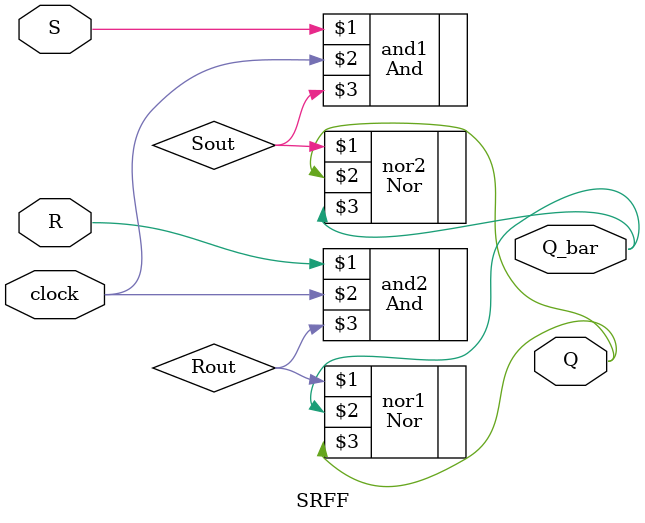
<source format=v>
`ifndef SRFF_V
`define SRFF_V
`include "logic-gates/others.v"

module SRFF (input R, clock, S, output Q, Q_bar);
  wire Rout, Sout;
  
  And and1(S, clock, Sout);  // Set input gated by clock
  And and2(R, clock, Rout);  // Reset input gated by clock
  
  // Cross-coupled NOR gates forming the SR latch
  Nor nor1(Rout, Q_bar, Q);     // Q = NOR(R, Q_bar)
  Nor nor2(Sout, Q, Q_bar);     // Q_bar = NOR(S, Q)
  
endmodule

`endif // SRFF_V
</source>
